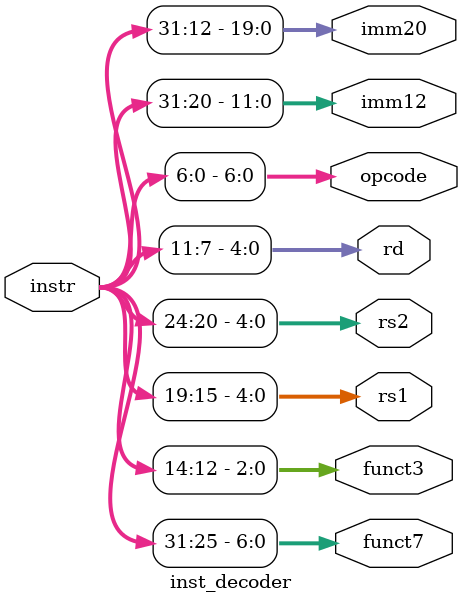
<source format=sv>

module inst_decoder(
    input       [31:0]      instr,
    output      [6:0]       funct7,
    output      [2:0]       funct3,
    output      [4:0]       rs1, rs2, rd,
    output      [6:0]       opcode,
    output      [11:0]      imm12,
    output      [19:0]      imm20
    );

    // get all fields of instruction
    assign  funct7  = instr[31:25];     // R-type
    assign  rs2     = instr[24:20];     // R-type
    assign  rs1     = instr[19:15];     // R-type  I-type
    assign  funct3  = instr[14:12];     // R-type  I-type
    assign  rd      = instr[11:7];      // R-type  I-type
    assign  opcode  = instr[6:0];       // R-type  I-type
    assign  imm12   = instr[31:20];     //         I-type
    assign  imm20   = instr[31:12];     // U-type
    // TODO J-type fields
endmodule
</source>
